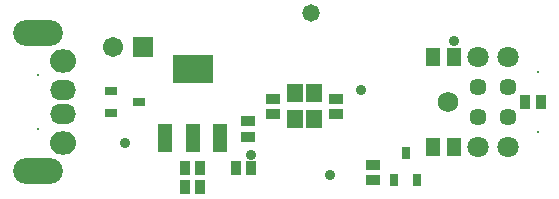
<source format=gbs>
G04*
G04 #@! TF.GenerationSoftware,Altium Limited,Altium Designer,18.1.11 (251)*
G04*
G04 Layer_Color=16711935*
%FSLAX25Y25*%
%MOIN*%
G70*
G01*
G75*
%ADD20R,0.04540X0.03556*%
%ADD21R,0.03556X0.04540*%
%ADD25C,0.06706*%
%ADD26R,0.06706X0.06706*%
%ADD27C,0.07099*%
%ADD28C,0.05721*%
%ADD29C,0.00800*%
%ADD30C,0.06800*%
%ADD31O,0.08674X0.07690*%
%ADD32O,0.08674X0.06706*%
%ADD33O,0.16548X0.08674*%
%ADD34C,0.03556*%
%ADD35C,0.05800*%
%ADD55R,0.04540X0.06312*%
%ADD56R,0.03162X0.04343*%
%ADD57R,0.04343X0.03162*%
%ADD58R,0.05524X0.06312*%
%ADD59R,0.13595X0.09265*%
%ADD60R,0.04737X0.09265*%
D20*
X397500Y272559D02*
D03*
Y267441D02*
D03*
X356000Y287059D02*
D03*
Y281941D02*
D03*
X385221Y294559D02*
D03*
Y289441D02*
D03*
X364220Y294559D02*
D03*
Y289441D02*
D03*
D21*
X351882Y271500D02*
D03*
X357000D02*
D03*
X448441Y293500D02*
D03*
X453559D02*
D03*
X334941Y271500D02*
D03*
X340059D02*
D03*
X334941Y265000D02*
D03*
X340059D02*
D03*
D25*
X311000Y311716D02*
D03*
D26*
X321000D02*
D03*
D27*
X432500Y308500D02*
D03*
Y278500D02*
D03*
X442500D02*
D03*
Y308500D02*
D03*
D28*
X432500Y298500D02*
D03*
Y288500D02*
D03*
X442500Y298500D02*
D03*
Y288500D02*
D03*
D29*
X452500Y303500D02*
D03*
Y283500D02*
D03*
X286043Y284445D02*
D03*
Y302555D02*
D03*
D30*
X422500Y293500D02*
D03*
D31*
X294311Y307279D02*
D03*
Y279720D02*
D03*
D32*
Y297437D02*
D03*
Y289563D02*
D03*
D33*
X286043Y270468D02*
D03*
Y316531D02*
D03*
D34*
X424697Y313713D02*
D03*
X383336Y269010D02*
D03*
X393500Y297500D02*
D03*
X357000Y275870D02*
D03*
X315000Y279720D02*
D03*
D35*
X377000Y323000D02*
D03*
D55*
X424784Y308500D02*
D03*
X417500D02*
D03*
X424784Y278441D02*
D03*
X417500D02*
D03*
D56*
X408500Y276528D02*
D03*
X404760Y267472D02*
D03*
X412240D02*
D03*
D57*
X319528Y293500D02*
D03*
X310472Y297240D02*
D03*
Y289760D02*
D03*
D58*
X377870Y287669D02*
D03*
X371571D02*
D03*
X377870Y296331D02*
D03*
X371571D02*
D03*
D59*
X337500Y304516D02*
D03*
D60*
X328445Y281484D02*
D03*
X337500D02*
D03*
X346555D02*
D03*
M02*

</source>
